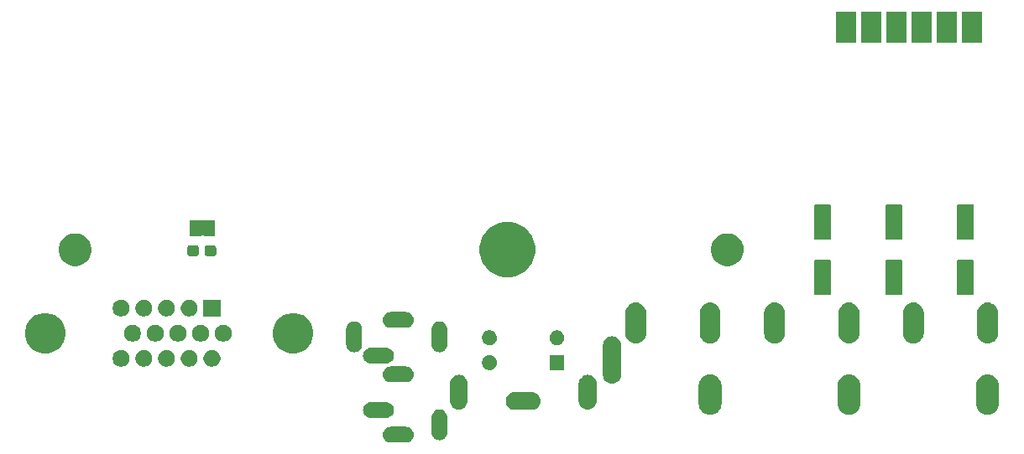
<source format=gts>
G04 #@! TF.GenerationSoftware,KiCad,Pcbnew,(5.1.0)-1*
G04 #@! TF.CreationDate,2019-08-01T22:20:27-04:00*
G04 #@! TF.ProjectId,snes breakout,736e6573-2062-4726-9561-6b6f75742e6b,rev?*
G04 #@! TF.SameCoordinates,Original*
G04 #@! TF.FileFunction,Soldermask,Top*
G04 #@! TF.FilePolarity,Negative*
%FSLAX46Y46*%
G04 Gerber Fmt 4.6, Leading zero omitted, Abs format (unit mm)*
G04 Created by KiCad (PCBNEW (5.1.0)-1) date 2019-08-01 22:20:27*
%MOMM*%
%LPD*%
G04 APERTURE LIST*
%ADD10C,0.100000*%
G04 APERTURE END LIST*
D10*
G36*
X123511808Y-67706648D02*
G01*
X123663551Y-67752678D01*
X123803398Y-67827428D01*
X123925975Y-67928025D01*
X124026572Y-68050602D01*
X124101322Y-68190449D01*
X124147352Y-68342192D01*
X124162895Y-68500000D01*
X124147352Y-68657808D01*
X124101322Y-68809551D01*
X124026572Y-68949398D01*
X123925975Y-69071975D01*
X123803398Y-69172572D01*
X123663551Y-69247322D01*
X123511808Y-69293352D01*
X123393546Y-69305000D01*
X121806454Y-69305000D01*
X121688192Y-69293352D01*
X121536449Y-69247322D01*
X121396602Y-69172572D01*
X121274025Y-69071975D01*
X121173428Y-68949398D01*
X121098678Y-68809551D01*
X121052648Y-68657808D01*
X121037105Y-68500000D01*
X121052648Y-68342192D01*
X121098678Y-68190449D01*
X121173428Y-68050602D01*
X121274025Y-67928025D01*
X121396602Y-67827428D01*
X121536449Y-67752678D01*
X121688192Y-67706648D01*
X121806454Y-67695000D01*
X123393546Y-67695000D01*
X123511808Y-67706648D01*
X123511808Y-67706648D01*
G37*
G36*
X126907808Y-65952648D02*
G01*
X127059551Y-65998678D01*
X127199398Y-66073428D01*
X127321975Y-66174025D01*
X127422572Y-66296602D01*
X127497322Y-66436449D01*
X127543352Y-66588192D01*
X127555000Y-66706454D01*
X127555000Y-68293546D01*
X127543352Y-68411808D01*
X127497322Y-68563551D01*
X127422572Y-68703398D01*
X127321975Y-68825975D01*
X127199397Y-68926572D01*
X127059550Y-69001322D01*
X126907807Y-69047352D01*
X126750000Y-69062895D01*
X126592192Y-69047352D01*
X126440449Y-69001322D01*
X126300602Y-68926572D01*
X126178025Y-68825975D01*
X126077428Y-68703397D01*
X126002678Y-68563550D01*
X125956648Y-68411807D01*
X125945000Y-68293545D01*
X125945001Y-66706454D01*
X125956649Y-66588192D01*
X126002679Y-66436449D01*
X126077429Y-66296602D01*
X126178026Y-66174025D01*
X126300603Y-66073428D01*
X126440450Y-65998678D01*
X126592193Y-65952648D01*
X126750000Y-65937105D01*
X126907808Y-65952648D01*
X126907808Y-65952648D01*
G37*
G36*
X121511808Y-65206648D02*
G01*
X121663551Y-65252678D01*
X121803398Y-65327428D01*
X121925975Y-65428025D01*
X122026572Y-65550602D01*
X122101322Y-65690449D01*
X122147352Y-65842192D01*
X122162895Y-66000000D01*
X122147352Y-66157808D01*
X122101322Y-66309551D01*
X122026572Y-66449398D01*
X121925975Y-66571975D01*
X121803398Y-66672572D01*
X121663551Y-66747322D01*
X121511808Y-66793352D01*
X121393546Y-66805000D01*
X119806454Y-66805000D01*
X119688192Y-66793352D01*
X119536449Y-66747322D01*
X119396602Y-66672572D01*
X119274025Y-66571975D01*
X119173428Y-66449398D01*
X119098678Y-66309551D01*
X119052648Y-66157808D01*
X119037105Y-66000000D01*
X119052648Y-65842192D01*
X119098678Y-65690449D01*
X119173428Y-65550602D01*
X119274025Y-65428025D01*
X119396602Y-65327428D01*
X119536449Y-65252678D01*
X119688192Y-65206648D01*
X119806454Y-65195000D01*
X121393546Y-65195000D01*
X121511808Y-65206648D01*
X121511808Y-65206648D01*
G37*
G36*
X182275634Y-62415654D02*
G01*
X182492599Y-62481470D01*
X182492601Y-62481471D01*
X182692553Y-62588347D01*
X182692555Y-62588348D01*
X182692554Y-62588348D01*
X182867818Y-62732182D01*
X182920574Y-62796466D01*
X183011653Y-62907445D01*
X183109329Y-63090186D01*
X183118530Y-63107400D01*
X183184346Y-63324365D01*
X183201000Y-63493457D01*
X183201000Y-65406543D01*
X183184346Y-65575635D01*
X183134430Y-65740186D01*
X183118529Y-65792602D01*
X183011653Y-65992555D01*
X182867818Y-66167818D01*
X182692555Y-66311653D01*
X182492602Y-66418529D01*
X182492600Y-66418530D01*
X182275635Y-66484346D01*
X182050000Y-66506569D01*
X181824366Y-66484346D01*
X181607401Y-66418530D01*
X181607399Y-66418529D01*
X181407446Y-66311653D01*
X181232183Y-66167818D01*
X181088348Y-65992555D01*
X180981472Y-65792602D01*
X180965572Y-65740186D01*
X180915655Y-65575635D01*
X180899000Y-65406543D01*
X180899000Y-63493458D01*
X180915654Y-63324366D01*
X180981470Y-63107401D01*
X180981472Y-63107398D01*
X181088347Y-62907447D01*
X181137947Y-62847009D01*
X181232182Y-62732182D01*
X181311183Y-62667348D01*
X181407445Y-62588347D01*
X181607398Y-62481471D01*
X181607400Y-62481470D01*
X181824365Y-62415654D01*
X182050000Y-62393431D01*
X182275634Y-62415654D01*
X182275634Y-62415654D01*
G37*
G36*
X168275634Y-62415654D02*
G01*
X168492599Y-62481470D01*
X168492601Y-62481471D01*
X168692553Y-62588347D01*
X168692555Y-62588348D01*
X168692554Y-62588348D01*
X168867818Y-62732182D01*
X168920574Y-62796466D01*
X169011653Y-62907445D01*
X169109329Y-63090186D01*
X169118530Y-63107400D01*
X169184346Y-63324365D01*
X169201000Y-63493457D01*
X169201000Y-65406543D01*
X169184346Y-65575635D01*
X169134430Y-65740186D01*
X169118529Y-65792602D01*
X169011653Y-65992555D01*
X168867818Y-66167818D01*
X168692555Y-66311653D01*
X168492602Y-66418529D01*
X168492600Y-66418530D01*
X168275635Y-66484346D01*
X168050000Y-66506569D01*
X167824366Y-66484346D01*
X167607401Y-66418530D01*
X167607399Y-66418529D01*
X167407446Y-66311653D01*
X167232183Y-66167818D01*
X167088348Y-65992555D01*
X166981472Y-65792602D01*
X166965572Y-65740186D01*
X166915655Y-65575635D01*
X166899000Y-65406543D01*
X166899000Y-63493458D01*
X166915654Y-63324366D01*
X166981470Y-63107401D01*
X166981472Y-63107398D01*
X167088347Y-62907447D01*
X167137947Y-62847009D01*
X167232182Y-62732182D01*
X167311183Y-62667348D01*
X167407445Y-62588347D01*
X167607398Y-62481471D01*
X167607400Y-62481470D01*
X167824365Y-62415654D01*
X168050000Y-62393431D01*
X168275634Y-62415654D01*
X168275634Y-62415654D01*
G37*
G36*
X154275634Y-62415654D02*
G01*
X154492599Y-62481470D01*
X154492601Y-62481471D01*
X154692553Y-62588347D01*
X154692555Y-62588348D01*
X154692554Y-62588348D01*
X154867818Y-62732182D01*
X154920574Y-62796466D01*
X155011653Y-62907445D01*
X155109329Y-63090186D01*
X155118530Y-63107400D01*
X155184346Y-63324365D01*
X155201000Y-63493457D01*
X155201000Y-65406543D01*
X155184346Y-65575635D01*
X155134430Y-65740186D01*
X155118529Y-65792602D01*
X155011653Y-65992555D01*
X154867818Y-66167818D01*
X154692555Y-66311653D01*
X154492602Y-66418529D01*
X154492600Y-66418530D01*
X154275635Y-66484346D01*
X154050000Y-66506569D01*
X153824366Y-66484346D01*
X153607401Y-66418530D01*
X153607399Y-66418529D01*
X153407446Y-66311653D01*
X153232183Y-66167818D01*
X153088348Y-65992555D01*
X152981472Y-65792602D01*
X152965572Y-65740186D01*
X152915655Y-65575635D01*
X152899000Y-65406543D01*
X152899000Y-63493458D01*
X152915654Y-63324366D01*
X152981470Y-63107401D01*
X152981472Y-63107398D01*
X153088347Y-62907447D01*
X153137947Y-62847009D01*
X153232182Y-62732182D01*
X153311183Y-62667348D01*
X153407445Y-62588347D01*
X153607398Y-62481471D01*
X153607400Y-62481470D01*
X153824365Y-62415654D01*
X154050000Y-62393431D01*
X154275634Y-62415654D01*
X154275634Y-62415654D01*
G37*
G36*
X136160443Y-64205519D02*
G01*
X136226627Y-64212037D01*
X136396466Y-64263557D01*
X136552991Y-64347222D01*
X136588729Y-64376552D01*
X136690186Y-64459814D01*
X136773448Y-64561271D01*
X136802778Y-64597009D01*
X136886443Y-64753534D01*
X136937963Y-64923373D01*
X136955359Y-65100000D01*
X136937963Y-65276627D01*
X136886443Y-65446466D01*
X136802778Y-65602991D01*
X136773448Y-65638729D01*
X136690186Y-65740186D01*
X136613916Y-65802778D01*
X136552991Y-65852778D01*
X136396466Y-65936443D01*
X136226627Y-65987963D01*
X136160443Y-65994481D01*
X136094260Y-66001000D01*
X134305740Y-66001000D01*
X134239557Y-65994481D01*
X134173373Y-65987963D01*
X134003534Y-65936443D01*
X133847009Y-65852778D01*
X133786084Y-65802778D01*
X133709814Y-65740186D01*
X133626552Y-65638729D01*
X133597222Y-65602991D01*
X133513557Y-65446466D01*
X133462037Y-65276627D01*
X133444641Y-65100000D01*
X133462037Y-64923373D01*
X133513557Y-64753534D01*
X133597222Y-64597009D01*
X133626552Y-64561271D01*
X133709814Y-64459814D01*
X133811271Y-64376552D01*
X133847009Y-64347222D01*
X134003534Y-64263557D01*
X134173373Y-64212037D01*
X134239557Y-64205519D01*
X134305740Y-64199000D01*
X136094260Y-64199000D01*
X136160443Y-64205519D01*
X136160443Y-64205519D01*
G37*
G36*
X141876627Y-62462037D02*
G01*
X142046466Y-62513557D01*
X142202991Y-62597222D01*
X142238729Y-62626552D01*
X142340186Y-62709814D01*
X142411298Y-62796466D01*
X142452778Y-62847009D01*
X142536443Y-63003534D01*
X142587963Y-63173373D01*
X142587963Y-63173375D01*
X142601000Y-63305740D01*
X142601000Y-65094260D01*
X142594481Y-65160443D01*
X142587963Y-65226627D01*
X142536443Y-65396466D01*
X142452778Y-65552991D01*
X142434195Y-65575634D01*
X142340186Y-65690186D01*
X142202989Y-65802779D01*
X142046467Y-65886442D01*
X142046465Y-65886443D01*
X141876626Y-65937963D01*
X141700000Y-65955359D01*
X141523373Y-65937963D01*
X141353534Y-65886443D01*
X141197009Y-65802778D01*
X141161271Y-65773448D01*
X141059814Y-65690186D01*
X140947221Y-65552989D01*
X140863558Y-65396467D01*
X140827205Y-65276627D01*
X140812037Y-65226626D01*
X140805519Y-65160442D01*
X140799000Y-65094259D01*
X140799001Y-63305740D01*
X140812038Y-63173375D01*
X140812038Y-63173373D01*
X140863558Y-63003534D01*
X140947223Y-62847009D01*
X140988703Y-62796466D01*
X141059815Y-62709814D01*
X141161272Y-62626552D01*
X141197010Y-62597222D01*
X141353535Y-62513557D01*
X141523374Y-62462037D01*
X141700000Y-62444641D01*
X141876627Y-62462037D01*
X141876627Y-62462037D01*
G37*
G36*
X128876626Y-62462037D02*
G01*
X129046465Y-62513557D01*
X129046467Y-62513558D01*
X129202989Y-62597221D01*
X129340186Y-62709814D01*
X129411298Y-62796466D01*
X129452778Y-62847009D01*
X129536443Y-63003534D01*
X129587963Y-63173373D01*
X129587963Y-63173375D01*
X129601000Y-63305740D01*
X129601000Y-65094260D01*
X129594481Y-65160443D01*
X129587963Y-65226627D01*
X129536443Y-65396466D01*
X129452778Y-65552991D01*
X129434195Y-65575634D01*
X129340186Y-65690186D01*
X129238729Y-65773448D01*
X129202991Y-65802778D01*
X129046466Y-65886443D01*
X128876627Y-65937963D01*
X128700000Y-65955359D01*
X128523374Y-65937963D01*
X128353535Y-65886443D01*
X128197010Y-65802778D01*
X128161272Y-65773448D01*
X128059815Y-65690186D01*
X127965806Y-65575634D01*
X127947223Y-65552991D01*
X127863558Y-65396466D01*
X127812038Y-65226627D01*
X127805520Y-65160443D01*
X127799001Y-65094260D01*
X127799000Y-63305741D01*
X127809141Y-63202778D01*
X127812037Y-63173374D01*
X127863557Y-63003535D01*
X127880426Y-62971975D01*
X127947221Y-62847011D01*
X128059814Y-62709814D01*
X128161271Y-62626552D01*
X128197009Y-62597222D01*
X128353534Y-62513557D01*
X128523373Y-62462037D01*
X128700000Y-62444641D01*
X128876626Y-62462037D01*
X128876626Y-62462037D01*
G37*
G36*
X144326626Y-58562037D02*
G01*
X144496465Y-58613557D01*
X144496467Y-58613558D01*
X144652989Y-58697221D01*
X144790186Y-58809814D01*
X144873448Y-58911271D01*
X144902778Y-58947009D01*
X144944611Y-59025272D01*
X144961905Y-59057626D01*
X144986443Y-59103534D01*
X145037963Y-59273373D01*
X145044481Y-59339557D01*
X145047389Y-59369073D01*
X145051000Y-59405742D01*
X145051000Y-62494258D01*
X145037963Y-62626627D01*
X144986443Y-62796466D01*
X144902778Y-62952991D01*
X144887198Y-62971975D01*
X144790186Y-63090186D01*
X144688821Y-63173373D01*
X144652991Y-63202778D01*
X144496466Y-63286443D01*
X144326627Y-63337963D01*
X144150000Y-63355359D01*
X143973374Y-63337963D01*
X143803535Y-63286443D01*
X143647010Y-63202778D01*
X143611180Y-63173373D01*
X143509815Y-63090186D01*
X143412803Y-62971975D01*
X143397223Y-62952991D01*
X143313558Y-62796466D01*
X143262038Y-62626627D01*
X143249001Y-62494258D01*
X143249000Y-59405743D01*
X143262037Y-59273374D01*
X143313557Y-59103535D01*
X143337738Y-59058295D01*
X143397221Y-58947011D01*
X143509814Y-58809814D01*
X143611271Y-58726552D01*
X143647009Y-58697222D01*
X143803534Y-58613557D01*
X143973373Y-58562037D01*
X144150000Y-58544641D01*
X144326626Y-58562037D01*
X144326626Y-58562037D01*
G37*
G36*
X123511808Y-61606648D02*
G01*
X123663551Y-61652678D01*
X123803398Y-61727428D01*
X123925975Y-61828025D01*
X124026572Y-61950602D01*
X124101322Y-62090449D01*
X124147352Y-62242192D01*
X124162895Y-62400000D01*
X124147352Y-62557808D01*
X124101322Y-62709551D01*
X124026572Y-62849398D01*
X123925975Y-62971975D01*
X123803398Y-63072572D01*
X123663551Y-63147322D01*
X123511808Y-63193352D01*
X123393546Y-63205000D01*
X121806454Y-63205000D01*
X121688192Y-63193352D01*
X121536449Y-63147322D01*
X121396602Y-63072572D01*
X121274025Y-62971975D01*
X121173428Y-62849398D01*
X121098678Y-62709551D01*
X121052648Y-62557808D01*
X121037105Y-62400000D01*
X121052648Y-62242192D01*
X121098678Y-62090449D01*
X121173428Y-61950602D01*
X121274025Y-61828025D01*
X121396602Y-61727428D01*
X121536449Y-61652678D01*
X121688192Y-61606648D01*
X121806454Y-61595000D01*
X123393546Y-61595000D01*
X123511808Y-61606648D01*
X123511808Y-61606648D01*
G37*
G36*
X131947293Y-60459507D02*
G01*
X132020225Y-60474014D01*
X132077138Y-60497588D01*
X132157626Y-60530927D01*
X132281284Y-60613553D01*
X132386447Y-60718716D01*
X132469073Y-60842374D01*
X132477954Y-60863815D01*
X132513403Y-60949396D01*
X132525986Y-60979776D01*
X132555000Y-61125638D01*
X132555000Y-61274362D01*
X132525986Y-61420224D01*
X132469073Y-61557626D01*
X132386447Y-61681284D01*
X132281284Y-61786447D01*
X132157626Y-61869073D01*
X132077138Y-61902412D01*
X132020225Y-61925986D01*
X131947293Y-61940493D01*
X131874362Y-61955000D01*
X131725638Y-61955000D01*
X131652707Y-61940493D01*
X131579775Y-61925986D01*
X131522862Y-61902412D01*
X131442374Y-61869073D01*
X131318716Y-61786447D01*
X131213553Y-61681284D01*
X131130927Y-61557626D01*
X131074014Y-61420224D01*
X131045000Y-61274362D01*
X131045000Y-61125638D01*
X131074014Y-60979776D01*
X131086598Y-60949396D01*
X131122046Y-60863815D01*
X131130927Y-60842374D01*
X131213553Y-60718716D01*
X131318716Y-60613553D01*
X131442374Y-60530927D01*
X131522862Y-60497588D01*
X131579775Y-60474014D01*
X131652707Y-60459507D01*
X131725638Y-60445000D01*
X131874362Y-60445000D01*
X131947293Y-60459507D01*
X131947293Y-60459507D01*
G37*
G36*
X139355000Y-61955000D02*
G01*
X137845000Y-61955000D01*
X137845000Y-60445000D01*
X139355000Y-60445000D01*
X139355000Y-61955000D01*
X139355000Y-61955000D01*
G37*
G36*
X104048228Y-59961703D02*
G01*
X104203100Y-60025853D01*
X104342481Y-60118985D01*
X104461015Y-60237519D01*
X104554147Y-60376900D01*
X104618297Y-60531772D01*
X104651000Y-60696184D01*
X104651000Y-60863816D01*
X104618297Y-61028228D01*
X104554147Y-61183100D01*
X104461015Y-61322481D01*
X104342481Y-61441015D01*
X104203100Y-61534147D01*
X104048228Y-61598297D01*
X103883816Y-61631000D01*
X103716184Y-61631000D01*
X103551772Y-61598297D01*
X103396900Y-61534147D01*
X103257519Y-61441015D01*
X103138985Y-61322481D01*
X103045853Y-61183100D01*
X102981703Y-61028228D01*
X102949000Y-60863816D01*
X102949000Y-60696184D01*
X102981703Y-60531772D01*
X103045853Y-60376900D01*
X103138985Y-60237519D01*
X103257519Y-60118985D01*
X103396900Y-60025853D01*
X103551772Y-59961703D01*
X103716184Y-59929000D01*
X103883816Y-59929000D01*
X104048228Y-59961703D01*
X104048228Y-59961703D01*
G37*
G36*
X99468228Y-59961703D02*
G01*
X99623100Y-60025853D01*
X99762481Y-60118985D01*
X99881015Y-60237519D01*
X99974147Y-60376900D01*
X100038297Y-60531772D01*
X100071000Y-60696184D01*
X100071000Y-60863816D01*
X100038297Y-61028228D01*
X99974147Y-61183100D01*
X99881015Y-61322481D01*
X99762481Y-61441015D01*
X99623100Y-61534147D01*
X99468228Y-61598297D01*
X99303816Y-61631000D01*
X99136184Y-61631000D01*
X98971772Y-61598297D01*
X98816900Y-61534147D01*
X98677519Y-61441015D01*
X98558985Y-61322481D01*
X98465853Y-61183100D01*
X98401703Y-61028228D01*
X98369000Y-60863816D01*
X98369000Y-60696184D01*
X98401703Y-60531772D01*
X98465853Y-60376900D01*
X98558985Y-60237519D01*
X98677519Y-60118985D01*
X98816900Y-60025853D01*
X98971772Y-59961703D01*
X99136184Y-59929000D01*
X99303816Y-59929000D01*
X99468228Y-59961703D01*
X99468228Y-59961703D01*
G37*
G36*
X94888228Y-59961703D02*
G01*
X95043100Y-60025853D01*
X95182481Y-60118985D01*
X95301015Y-60237519D01*
X95394147Y-60376900D01*
X95458297Y-60531772D01*
X95491000Y-60696184D01*
X95491000Y-60863816D01*
X95458297Y-61028228D01*
X95394147Y-61183100D01*
X95301015Y-61322481D01*
X95182481Y-61441015D01*
X95043100Y-61534147D01*
X94888228Y-61598297D01*
X94723816Y-61631000D01*
X94556184Y-61631000D01*
X94391772Y-61598297D01*
X94236900Y-61534147D01*
X94097519Y-61441015D01*
X93978985Y-61322481D01*
X93885853Y-61183100D01*
X93821703Y-61028228D01*
X93789000Y-60863816D01*
X93789000Y-60696184D01*
X93821703Y-60531772D01*
X93885853Y-60376900D01*
X93978985Y-60237519D01*
X94097519Y-60118985D01*
X94236900Y-60025853D01*
X94391772Y-59961703D01*
X94556184Y-59929000D01*
X94723816Y-59929000D01*
X94888228Y-59961703D01*
X94888228Y-59961703D01*
G37*
G36*
X101758228Y-59961703D02*
G01*
X101913100Y-60025853D01*
X102052481Y-60118985D01*
X102171015Y-60237519D01*
X102264147Y-60376900D01*
X102328297Y-60531772D01*
X102361000Y-60696184D01*
X102361000Y-60863816D01*
X102328297Y-61028228D01*
X102264147Y-61183100D01*
X102171015Y-61322481D01*
X102052481Y-61441015D01*
X101913100Y-61534147D01*
X101758228Y-61598297D01*
X101593816Y-61631000D01*
X101426184Y-61631000D01*
X101261772Y-61598297D01*
X101106900Y-61534147D01*
X100967519Y-61441015D01*
X100848985Y-61322481D01*
X100755853Y-61183100D01*
X100691703Y-61028228D01*
X100659000Y-60863816D01*
X100659000Y-60696184D01*
X100691703Y-60531772D01*
X100755853Y-60376900D01*
X100848985Y-60237519D01*
X100967519Y-60118985D01*
X101106900Y-60025853D01*
X101261772Y-59961703D01*
X101426184Y-59929000D01*
X101593816Y-59929000D01*
X101758228Y-59961703D01*
X101758228Y-59961703D01*
G37*
G36*
X97178228Y-59961703D02*
G01*
X97333100Y-60025853D01*
X97472481Y-60118985D01*
X97591015Y-60237519D01*
X97684147Y-60376900D01*
X97748297Y-60531772D01*
X97781000Y-60696184D01*
X97781000Y-60863816D01*
X97748297Y-61028228D01*
X97684147Y-61183100D01*
X97591015Y-61322481D01*
X97472481Y-61441015D01*
X97333100Y-61534147D01*
X97178228Y-61598297D01*
X97013816Y-61631000D01*
X96846184Y-61631000D01*
X96681772Y-61598297D01*
X96526900Y-61534147D01*
X96387519Y-61441015D01*
X96268985Y-61322481D01*
X96175853Y-61183100D01*
X96111703Y-61028228D01*
X96079000Y-60863816D01*
X96079000Y-60696184D01*
X96111703Y-60531772D01*
X96175853Y-60376900D01*
X96268985Y-60237519D01*
X96387519Y-60118985D01*
X96526900Y-60025853D01*
X96681772Y-59961703D01*
X96846184Y-59929000D01*
X97013816Y-59929000D01*
X97178228Y-59961703D01*
X97178228Y-59961703D01*
G37*
G36*
X121511808Y-59706648D02*
G01*
X121663551Y-59752678D01*
X121803398Y-59827428D01*
X121925975Y-59928025D01*
X122026572Y-60050602D01*
X122101322Y-60190449D01*
X122147352Y-60342192D01*
X122162895Y-60500000D01*
X122147352Y-60657808D01*
X122101322Y-60809551D01*
X122026572Y-60949398D01*
X121925975Y-61071975D01*
X121803398Y-61172572D01*
X121663551Y-61247322D01*
X121511808Y-61293352D01*
X121393546Y-61305000D01*
X119806454Y-61305000D01*
X119688192Y-61293352D01*
X119536449Y-61247322D01*
X119396602Y-61172572D01*
X119274025Y-61071975D01*
X119173428Y-60949398D01*
X119098678Y-60809551D01*
X119052648Y-60657808D01*
X119037105Y-60500000D01*
X119052648Y-60342192D01*
X119098678Y-60190449D01*
X119173428Y-60050602D01*
X119274025Y-59928025D01*
X119396602Y-59827428D01*
X119536449Y-59752678D01*
X119688192Y-59706648D01*
X119806454Y-59695000D01*
X121393546Y-59695000D01*
X121511808Y-59706648D01*
X121511808Y-59706648D01*
G37*
G36*
X112583254Y-56267818D02*
G01*
X112956511Y-56422426D01*
X112956513Y-56422427D01*
X113292436Y-56646884D01*
X113578116Y-56932564D01*
X113661802Y-57057808D01*
X113802574Y-57268489D01*
X113957182Y-57641746D01*
X114036000Y-58037993D01*
X114036000Y-58442007D01*
X113957182Y-58838254D01*
X113847299Y-59103535D01*
X113802573Y-59211513D01*
X113578116Y-59547436D01*
X113292436Y-59833116D01*
X112956513Y-60057573D01*
X112956512Y-60057574D01*
X112956511Y-60057574D01*
X112583254Y-60212182D01*
X112187007Y-60291000D01*
X111782993Y-60291000D01*
X111386746Y-60212182D01*
X111013489Y-60057574D01*
X111013488Y-60057574D01*
X111013487Y-60057573D01*
X110677564Y-59833116D01*
X110391884Y-59547436D01*
X110167427Y-59211513D01*
X110122701Y-59103535D01*
X110012818Y-58838254D01*
X109934000Y-58442007D01*
X109934000Y-58037993D01*
X110012818Y-57641746D01*
X110167426Y-57268489D01*
X110308199Y-57057808D01*
X110391884Y-56932564D01*
X110677564Y-56646884D01*
X111013487Y-56422427D01*
X111013489Y-56422426D01*
X111386746Y-56267818D01*
X111782993Y-56189000D01*
X112187007Y-56189000D01*
X112583254Y-56267818D01*
X112583254Y-56267818D01*
G37*
G36*
X87583254Y-56267818D02*
G01*
X87956511Y-56422426D01*
X87956513Y-56422427D01*
X88292436Y-56646884D01*
X88578116Y-56932564D01*
X88661802Y-57057808D01*
X88802574Y-57268489D01*
X88957182Y-57641746D01*
X89036000Y-58037993D01*
X89036000Y-58442007D01*
X88957182Y-58838254D01*
X88847299Y-59103535D01*
X88802573Y-59211513D01*
X88578116Y-59547436D01*
X88292436Y-59833116D01*
X87956513Y-60057573D01*
X87956512Y-60057574D01*
X87956511Y-60057574D01*
X87583254Y-60212182D01*
X87187007Y-60291000D01*
X86782993Y-60291000D01*
X86386746Y-60212182D01*
X86013489Y-60057574D01*
X86013488Y-60057574D01*
X86013487Y-60057573D01*
X85677564Y-59833116D01*
X85391884Y-59547436D01*
X85167427Y-59211513D01*
X85122701Y-59103535D01*
X85012818Y-58838254D01*
X84934000Y-58442007D01*
X84934000Y-58037993D01*
X85012818Y-57641746D01*
X85167426Y-57268489D01*
X85308199Y-57057808D01*
X85391884Y-56932564D01*
X85677564Y-56646884D01*
X86013487Y-56422427D01*
X86013489Y-56422426D01*
X86386746Y-56267818D01*
X86782993Y-56189000D01*
X87187007Y-56189000D01*
X87583254Y-56267818D01*
X87583254Y-56267818D01*
G37*
G36*
X126907808Y-57052648D02*
G01*
X127059551Y-57098678D01*
X127199398Y-57173428D01*
X127321975Y-57274025D01*
X127422572Y-57396602D01*
X127497322Y-57536449D01*
X127543352Y-57688192D01*
X127555000Y-57806454D01*
X127555000Y-59393546D01*
X127543352Y-59511808D01*
X127497322Y-59663551D01*
X127422572Y-59803398D01*
X127321975Y-59925975D01*
X127199397Y-60026572D01*
X127059550Y-60101322D01*
X126907807Y-60147352D01*
X126750000Y-60162895D01*
X126592192Y-60147352D01*
X126440449Y-60101322D01*
X126300602Y-60026572D01*
X126178025Y-59925975D01*
X126077428Y-59803397D01*
X126002678Y-59663550D01*
X125956648Y-59511807D01*
X125945000Y-59393545D01*
X125945001Y-57806454D01*
X125956649Y-57688192D01*
X126002679Y-57536449D01*
X126077429Y-57396602D01*
X126178026Y-57274025D01*
X126300603Y-57173428D01*
X126440450Y-57098678D01*
X126592193Y-57052648D01*
X126750000Y-57037105D01*
X126907808Y-57052648D01*
X126907808Y-57052648D01*
G37*
G36*
X118307808Y-57052648D02*
G01*
X118459551Y-57098678D01*
X118599398Y-57173428D01*
X118721975Y-57274025D01*
X118822572Y-57396602D01*
X118897322Y-57536449D01*
X118943352Y-57688192D01*
X118955000Y-57806454D01*
X118955000Y-59393546D01*
X118943352Y-59511808D01*
X118897322Y-59663551D01*
X118822572Y-59803398D01*
X118721975Y-59925975D01*
X118599397Y-60026572D01*
X118459550Y-60101322D01*
X118307807Y-60147352D01*
X118150000Y-60162895D01*
X117992192Y-60147352D01*
X117840449Y-60101322D01*
X117700602Y-60026572D01*
X117578025Y-59925975D01*
X117477428Y-59803397D01*
X117402678Y-59663550D01*
X117356648Y-59511807D01*
X117345000Y-59393545D01*
X117345001Y-57806454D01*
X117356649Y-57688192D01*
X117402679Y-57536449D01*
X117477429Y-57396602D01*
X117578026Y-57274025D01*
X117700603Y-57173428D01*
X117840450Y-57098678D01*
X117992193Y-57052648D01*
X118150000Y-57037105D01*
X118307808Y-57052648D01*
X118307808Y-57052648D01*
G37*
G36*
X138747293Y-57959507D02*
G01*
X138820225Y-57974014D01*
X138863094Y-57991771D01*
X138957626Y-58030927D01*
X139081284Y-58113553D01*
X139186447Y-58218716D01*
X139269073Y-58342374D01*
X139295440Y-58406030D01*
X139325986Y-58479775D01*
X139338889Y-58544641D01*
X139350726Y-58604149D01*
X139355000Y-58625639D01*
X139355000Y-58774361D01*
X139325986Y-58920225D01*
X139314891Y-58947010D01*
X139269073Y-59057626D01*
X139186447Y-59181284D01*
X139081284Y-59286447D01*
X138957626Y-59369073D01*
X138898542Y-59393546D01*
X138820225Y-59425986D01*
X138747293Y-59440493D01*
X138674362Y-59455000D01*
X138525638Y-59455000D01*
X138452707Y-59440493D01*
X138379775Y-59425986D01*
X138301458Y-59393546D01*
X138242374Y-59369073D01*
X138118716Y-59286447D01*
X138013553Y-59181284D01*
X137930927Y-59057626D01*
X137885109Y-58947010D01*
X137874014Y-58920225D01*
X137845000Y-58774361D01*
X137845000Y-58625639D01*
X137849275Y-58604149D01*
X137861111Y-58544641D01*
X137874014Y-58479775D01*
X137904560Y-58406030D01*
X137930927Y-58342374D01*
X138013553Y-58218716D01*
X138118716Y-58113553D01*
X138242374Y-58030927D01*
X138336906Y-57991771D01*
X138379775Y-57974014D01*
X138452707Y-57959507D01*
X138525638Y-57945000D01*
X138674362Y-57945000D01*
X138747293Y-57959507D01*
X138747293Y-57959507D01*
G37*
G36*
X131947293Y-57959507D02*
G01*
X132020225Y-57974014D01*
X132063094Y-57991771D01*
X132157626Y-58030927D01*
X132281284Y-58113553D01*
X132386447Y-58218716D01*
X132469073Y-58342374D01*
X132495440Y-58406030D01*
X132525986Y-58479775D01*
X132538889Y-58544641D01*
X132550726Y-58604149D01*
X132555000Y-58625639D01*
X132555000Y-58774361D01*
X132525986Y-58920225D01*
X132514891Y-58947010D01*
X132469073Y-59057626D01*
X132386447Y-59181284D01*
X132281284Y-59286447D01*
X132157626Y-59369073D01*
X132098542Y-59393546D01*
X132020225Y-59425986D01*
X131947293Y-59440493D01*
X131874362Y-59455000D01*
X131725638Y-59455000D01*
X131652707Y-59440493D01*
X131579775Y-59425986D01*
X131501458Y-59393546D01*
X131442374Y-59369073D01*
X131318716Y-59286447D01*
X131213553Y-59181284D01*
X131130927Y-59057626D01*
X131085109Y-58947010D01*
X131074014Y-58920225D01*
X131045000Y-58774361D01*
X131045000Y-58625639D01*
X131049275Y-58604149D01*
X131061111Y-58544641D01*
X131074014Y-58479775D01*
X131104560Y-58406030D01*
X131130927Y-58342374D01*
X131213553Y-58218716D01*
X131318716Y-58113553D01*
X131442374Y-58030927D01*
X131536906Y-57991771D01*
X131579775Y-57974014D01*
X131652707Y-57959507D01*
X131725638Y-57945000D01*
X131874362Y-57945000D01*
X131947293Y-57959507D01*
X131947293Y-57959507D01*
G37*
G36*
X160756031Y-55164207D02*
G01*
X160954145Y-55224305D01*
X160954148Y-55224306D01*
X161020030Y-55259521D01*
X161136729Y-55321897D01*
X161296765Y-55453235D01*
X161428103Y-55613271D01*
X161473939Y-55699025D01*
X161525694Y-55795851D01*
X161525694Y-55795852D01*
X161525695Y-55795854D01*
X161585793Y-55993968D01*
X161601000Y-56148370D01*
X161601000Y-58251630D01*
X161585793Y-58406032D01*
X161560858Y-58488229D01*
X161525694Y-58604149D01*
X161504874Y-58643100D01*
X161428103Y-58786729D01*
X161296765Y-58946765D01*
X161136729Y-59078103D01*
X161050975Y-59123939D01*
X160954149Y-59175694D01*
X160954146Y-59175695D01*
X160756032Y-59235793D01*
X160550000Y-59256085D01*
X160343969Y-59235793D01*
X160145855Y-59175695D01*
X160145852Y-59175694D01*
X160049026Y-59123939D01*
X159963272Y-59078103D01*
X159803236Y-58946765D01*
X159671898Y-58786729D01*
X159595127Y-58643100D01*
X159574307Y-58604149D01*
X159539143Y-58488229D01*
X159514208Y-58406032D01*
X159499001Y-58251630D01*
X159499000Y-56148371D01*
X159514207Y-55993969D01*
X159574305Y-55795855D01*
X159574306Y-55795852D01*
X159609521Y-55729970D01*
X159671897Y-55613271D01*
X159803235Y-55453235D01*
X159963271Y-55321897D01*
X160049025Y-55276061D01*
X160145851Y-55224306D01*
X160145854Y-55224305D01*
X160343968Y-55164207D01*
X160550000Y-55143915D01*
X160756031Y-55164207D01*
X160756031Y-55164207D01*
G37*
G36*
X168256031Y-55164207D02*
G01*
X168454145Y-55224305D01*
X168454148Y-55224306D01*
X168520030Y-55259521D01*
X168636729Y-55321897D01*
X168796765Y-55453235D01*
X168928103Y-55613271D01*
X168973939Y-55699025D01*
X169025694Y-55795851D01*
X169025694Y-55795852D01*
X169025695Y-55795854D01*
X169085793Y-55993968D01*
X169101000Y-56148370D01*
X169101000Y-58251630D01*
X169085793Y-58406032D01*
X169060858Y-58488229D01*
X169025694Y-58604149D01*
X169004874Y-58643100D01*
X168928103Y-58786729D01*
X168796765Y-58946765D01*
X168636729Y-59078103D01*
X168550975Y-59123939D01*
X168454149Y-59175694D01*
X168454146Y-59175695D01*
X168256032Y-59235793D01*
X168050000Y-59256085D01*
X167843969Y-59235793D01*
X167645855Y-59175695D01*
X167645852Y-59175694D01*
X167549026Y-59123939D01*
X167463272Y-59078103D01*
X167303236Y-58946765D01*
X167171898Y-58786729D01*
X167095127Y-58643100D01*
X167074307Y-58604149D01*
X167039143Y-58488229D01*
X167014208Y-58406032D01*
X166999001Y-58251630D01*
X166999000Y-56148371D01*
X167014207Y-55993969D01*
X167074305Y-55795855D01*
X167074306Y-55795852D01*
X167109521Y-55729970D01*
X167171897Y-55613271D01*
X167303235Y-55453235D01*
X167463271Y-55321897D01*
X167549025Y-55276061D01*
X167645851Y-55224306D01*
X167645854Y-55224305D01*
X167843968Y-55164207D01*
X168050000Y-55143915D01*
X168256031Y-55164207D01*
X168256031Y-55164207D01*
G37*
G36*
X154256031Y-55164207D02*
G01*
X154454145Y-55224305D01*
X154454148Y-55224306D01*
X154520030Y-55259521D01*
X154636729Y-55321897D01*
X154796765Y-55453235D01*
X154928103Y-55613271D01*
X154973939Y-55699025D01*
X155025694Y-55795851D01*
X155025694Y-55795852D01*
X155025695Y-55795854D01*
X155085793Y-55993968D01*
X155101000Y-56148370D01*
X155101000Y-58251630D01*
X155085793Y-58406032D01*
X155060858Y-58488229D01*
X155025694Y-58604149D01*
X155004874Y-58643100D01*
X154928103Y-58786729D01*
X154796765Y-58946765D01*
X154636729Y-59078103D01*
X154550975Y-59123939D01*
X154454149Y-59175694D01*
X154454146Y-59175695D01*
X154256032Y-59235793D01*
X154050000Y-59256085D01*
X153843969Y-59235793D01*
X153645855Y-59175695D01*
X153645852Y-59175694D01*
X153549026Y-59123939D01*
X153463272Y-59078103D01*
X153303236Y-58946765D01*
X153171898Y-58786729D01*
X153095127Y-58643100D01*
X153074307Y-58604149D01*
X153039143Y-58488229D01*
X153014208Y-58406032D01*
X152999001Y-58251630D01*
X152999000Y-56148371D01*
X153014207Y-55993969D01*
X153074305Y-55795855D01*
X153074306Y-55795852D01*
X153109521Y-55729970D01*
X153171897Y-55613271D01*
X153303235Y-55453235D01*
X153463271Y-55321897D01*
X153549025Y-55276061D01*
X153645851Y-55224306D01*
X153645854Y-55224305D01*
X153843968Y-55164207D01*
X154050000Y-55143915D01*
X154256031Y-55164207D01*
X154256031Y-55164207D01*
G37*
G36*
X146756031Y-55164207D02*
G01*
X146954145Y-55224305D01*
X146954148Y-55224306D01*
X147020030Y-55259521D01*
X147136729Y-55321897D01*
X147296765Y-55453235D01*
X147428103Y-55613271D01*
X147473939Y-55699025D01*
X147525694Y-55795851D01*
X147525694Y-55795852D01*
X147525695Y-55795854D01*
X147585793Y-55993968D01*
X147601000Y-56148370D01*
X147601000Y-58251630D01*
X147585793Y-58406032D01*
X147560858Y-58488229D01*
X147525694Y-58604149D01*
X147504874Y-58643100D01*
X147428103Y-58786729D01*
X147296765Y-58946765D01*
X147136729Y-59078103D01*
X147050975Y-59123939D01*
X146954149Y-59175694D01*
X146954146Y-59175695D01*
X146756032Y-59235793D01*
X146550000Y-59256085D01*
X146343969Y-59235793D01*
X146145855Y-59175695D01*
X146145852Y-59175694D01*
X146049026Y-59123939D01*
X145963272Y-59078103D01*
X145803236Y-58946765D01*
X145671898Y-58786729D01*
X145595127Y-58643100D01*
X145574307Y-58604149D01*
X145539143Y-58488229D01*
X145514208Y-58406032D01*
X145499001Y-58251630D01*
X145499000Y-56148371D01*
X145514207Y-55993969D01*
X145574305Y-55795855D01*
X145574306Y-55795852D01*
X145609521Y-55729970D01*
X145671897Y-55613271D01*
X145803235Y-55453235D01*
X145963271Y-55321897D01*
X146049025Y-55276061D01*
X146145851Y-55224306D01*
X146145854Y-55224305D01*
X146343968Y-55164207D01*
X146550000Y-55143915D01*
X146756031Y-55164207D01*
X146756031Y-55164207D01*
G37*
G36*
X174756031Y-55164207D02*
G01*
X174954145Y-55224305D01*
X174954148Y-55224306D01*
X175020030Y-55259521D01*
X175136729Y-55321897D01*
X175296765Y-55453235D01*
X175428103Y-55613271D01*
X175473939Y-55699025D01*
X175525694Y-55795851D01*
X175525694Y-55795852D01*
X175525695Y-55795854D01*
X175585793Y-55993968D01*
X175601000Y-56148370D01*
X175601000Y-58251630D01*
X175585793Y-58406032D01*
X175560858Y-58488229D01*
X175525694Y-58604149D01*
X175504874Y-58643100D01*
X175428103Y-58786729D01*
X175296765Y-58946765D01*
X175136729Y-59078103D01*
X175050975Y-59123939D01*
X174954149Y-59175694D01*
X174954146Y-59175695D01*
X174756032Y-59235793D01*
X174550000Y-59256085D01*
X174343969Y-59235793D01*
X174145855Y-59175695D01*
X174145852Y-59175694D01*
X174049026Y-59123939D01*
X173963272Y-59078103D01*
X173803236Y-58946765D01*
X173671898Y-58786729D01*
X173595127Y-58643100D01*
X173574307Y-58604149D01*
X173539143Y-58488229D01*
X173514208Y-58406032D01*
X173499001Y-58251630D01*
X173499000Y-56148371D01*
X173514207Y-55993969D01*
X173574305Y-55795855D01*
X173574306Y-55795852D01*
X173609521Y-55729970D01*
X173671897Y-55613271D01*
X173803235Y-55453235D01*
X173963271Y-55321897D01*
X174049025Y-55276061D01*
X174145851Y-55224306D01*
X174145854Y-55224305D01*
X174343968Y-55164207D01*
X174550000Y-55143915D01*
X174756031Y-55164207D01*
X174756031Y-55164207D01*
G37*
G36*
X182256031Y-55164207D02*
G01*
X182454145Y-55224305D01*
X182454148Y-55224306D01*
X182520030Y-55259521D01*
X182636729Y-55321897D01*
X182796765Y-55453235D01*
X182928103Y-55613271D01*
X182973939Y-55699025D01*
X183025694Y-55795851D01*
X183025694Y-55795852D01*
X183025695Y-55795854D01*
X183085793Y-55993968D01*
X183101000Y-56148370D01*
X183101000Y-58251630D01*
X183085793Y-58406032D01*
X183060858Y-58488229D01*
X183025694Y-58604149D01*
X183004874Y-58643100D01*
X182928103Y-58786729D01*
X182796765Y-58946765D01*
X182636729Y-59078103D01*
X182550975Y-59123939D01*
X182454149Y-59175694D01*
X182454146Y-59175695D01*
X182256032Y-59235793D01*
X182050000Y-59256085D01*
X181843969Y-59235793D01*
X181645855Y-59175695D01*
X181645852Y-59175694D01*
X181549026Y-59123939D01*
X181463272Y-59078103D01*
X181303236Y-58946765D01*
X181171898Y-58786729D01*
X181095127Y-58643100D01*
X181074307Y-58604149D01*
X181039143Y-58488229D01*
X181014208Y-58406032D01*
X180999001Y-58251630D01*
X180999000Y-56148371D01*
X181014207Y-55993969D01*
X181074305Y-55795855D01*
X181074306Y-55795852D01*
X181109521Y-55729970D01*
X181171897Y-55613271D01*
X181303235Y-55453235D01*
X181463271Y-55321897D01*
X181549025Y-55276061D01*
X181645851Y-55224306D01*
X181645854Y-55224305D01*
X181843968Y-55164207D01*
X182050000Y-55143915D01*
X182256031Y-55164207D01*
X182256031Y-55164207D01*
G37*
G36*
X98323228Y-57421703D02*
G01*
X98478100Y-57485853D01*
X98617481Y-57578985D01*
X98736015Y-57697519D01*
X98829147Y-57836900D01*
X98893297Y-57991772D01*
X98926000Y-58156184D01*
X98926000Y-58323816D01*
X98893297Y-58488228D01*
X98829147Y-58643100D01*
X98736015Y-58782481D01*
X98617481Y-58901015D01*
X98478100Y-58994147D01*
X98323228Y-59058297D01*
X98158816Y-59091000D01*
X97991184Y-59091000D01*
X97826772Y-59058297D01*
X97671900Y-58994147D01*
X97532519Y-58901015D01*
X97413985Y-58782481D01*
X97320853Y-58643100D01*
X97256703Y-58488228D01*
X97224000Y-58323816D01*
X97224000Y-58156184D01*
X97256703Y-57991772D01*
X97320853Y-57836900D01*
X97413985Y-57697519D01*
X97532519Y-57578985D01*
X97671900Y-57485853D01*
X97826772Y-57421703D01*
X97991184Y-57389000D01*
X98158816Y-57389000D01*
X98323228Y-57421703D01*
X98323228Y-57421703D01*
G37*
G36*
X96033228Y-57421703D02*
G01*
X96188100Y-57485853D01*
X96327481Y-57578985D01*
X96446015Y-57697519D01*
X96539147Y-57836900D01*
X96603297Y-57991772D01*
X96636000Y-58156184D01*
X96636000Y-58323816D01*
X96603297Y-58488228D01*
X96539147Y-58643100D01*
X96446015Y-58782481D01*
X96327481Y-58901015D01*
X96188100Y-58994147D01*
X96033228Y-59058297D01*
X95868816Y-59091000D01*
X95701184Y-59091000D01*
X95536772Y-59058297D01*
X95381900Y-58994147D01*
X95242519Y-58901015D01*
X95123985Y-58782481D01*
X95030853Y-58643100D01*
X94966703Y-58488228D01*
X94934000Y-58323816D01*
X94934000Y-58156184D01*
X94966703Y-57991772D01*
X95030853Y-57836900D01*
X95123985Y-57697519D01*
X95242519Y-57578985D01*
X95381900Y-57485853D01*
X95536772Y-57421703D01*
X95701184Y-57389000D01*
X95868816Y-57389000D01*
X96033228Y-57421703D01*
X96033228Y-57421703D01*
G37*
G36*
X100613228Y-57421703D02*
G01*
X100768100Y-57485853D01*
X100907481Y-57578985D01*
X101026015Y-57697519D01*
X101119147Y-57836900D01*
X101183297Y-57991772D01*
X101216000Y-58156184D01*
X101216000Y-58323816D01*
X101183297Y-58488228D01*
X101119147Y-58643100D01*
X101026015Y-58782481D01*
X100907481Y-58901015D01*
X100768100Y-58994147D01*
X100613228Y-59058297D01*
X100448816Y-59091000D01*
X100281184Y-59091000D01*
X100116772Y-59058297D01*
X99961900Y-58994147D01*
X99822519Y-58901015D01*
X99703985Y-58782481D01*
X99610853Y-58643100D01*
X99546703Y-58488228D01*
X99514000Y-58323816D01*
X99514000Y-58156184D01*
X99546703Y-57991772D01*
X99610853Y-57836900D01*
X99703985Y-57697519D01*
X99822519Y-57578985D01*
X99961900Y-57485853D01*
X100116772Y-57421703D01*
X100281184Y-57389000D01*
X100448816Y-57389000D01*
X100613228Y-57421703D01*
X100613228Y-57421703D01*
G37*
G36*
X105193228Y-57421703D02*
G01*
X105348100Y-57485853D01*
X105487481Y-57578985D01*
X105606015Y-57697519D01*
X105699147Y-57836900D01*
X105763297Y-57991772D01*
X105796000Y-58156184D01*
X105796000Y-58323816D01*
X105763297Y-58488228D01*
X105699147Y-58643100D01*
X105606015Y-58782481D01*
X105487481Y-58901015D01*
X105348100Y-58994147D01*
X105193228Y-59058297D01*
X105028816Y-59091000D01*
X104861184Y-59091000D01*
X104696772Y-59058297D01*
X104541900Y-58994147D01*
X104402519Y-58901015D01*
X104283985Y-58782481D01*
X104190853Y-58643100D01*
X104126703Y-58488228D01*
X104094000Y-58323816D01*
X104094000Y-58156184D01*
X104126703Y-57991772D01*
X104190853Y-57836900D01*
X104283985Y-57697519D01*
X104402519Y-57578985D01*
X104541900Y-57485853D01*
X104696772Y-57421703D01*
X104861184Y-57389000D01*
X105028816Y-57389000D01*
X105193228Y-57421703D01*
X105193228Y-57421703D01*
G37*
G36*
X102903228Y-57421703D02*
G01*
X103058100Y-57485853D01*
X103197481Y-57578985D01*
X103316015Y-57697519D01*
X103409147Y-57836900D01*
X103473297Y-57991772D01*
X103506000Y-58156184D01*
X103506000Y-58323816D01*
X103473297Y-58488228D01*
X103409147Y-58643100D01*
X103316015Y-58782481D01*
X103197481Y-58901015D01*
X103058100Y-58994147D01*
X102903228Y-59058297D01*
X102738816Y-59091000D01*
X102571184Y-59091000D01*
X102406772Y-59058297D01*
X102251900Y-58994147D01*
X102112519Y-58901015D01*
X101993985Y-58782481D01*
X101900853Y-58643100D01*
X101836703Y-58488228D01*
X101804000Y-58323816D01*
X101804000Y-58156184D01*
X101836703Y-57991772D01*
X101900853Y-57836900D01*
X101993985Y-57697519D01*
X102112519Y-57578985D01*
X102251900Y-57485853D01*
X102406772Y-57421703D01*
X102571184Y-57389000D01*
X102738816Y-57389000D01*
X102903228Y-57421703D01*
X102903228Y-57421703D01*
G37*
G36*
X123511808Y-56106648D02*
G01*
X123663551Y-56152678D01*
X123803398Y-56227428D01*
X123925975Y-56328025D01*
X124026572Y-56450602D01*
X124101322Y-56590449D01*
X124147352Y-56742192D01*
X124162895Y-56900000D01*
X124147352Y-57057808D01*
X124101322Y-57209551D01*
X124026572Y-57349398D01*
X123925975Y-57471975D01*
X123803398Y-57572572D01*
X123663551Y-57647322D01*
X123511808Y-57693352D01*
X123393546Y-57705000D01*
X121806454Y-57705000D01*
X121688192Y-57693352D01*
X121536449Y-57647322D01*
X121396602Y-57572572D01*
X121274025Y-57471975D01*
X121173428Y-57349398D01*
X121098678Y-57209551D01*
X121052648Y-57057808D01*
X121037105Y-56900000D01*
X121052648Y-56742192D01*
X121098678Y-56590449D01*
X121173428Y-56450602D01*
X121274025Y-56328025D01*
X121396602Y-56227428D01*
X121536449Y-56152678D01*
X121688192Y-56106648D01*
X121806454Y-56095000D01*
X123393546Y-56095000D01*
X123511808Y-56106648D01*
X123511808Y-56106648D01*
G37*
G36*
X101758228Y-54881703D02*
G01*
X101913100Y-54945853D01*
X102052481Y-55038985D01*
X102171015Y-55157519D01*
X102264147Y-55296900D01*
X102328297Y-55451772D01*
X102361000Y-55616184D01*
X102361000Y-55783816D01*
X102328297Y-55948228D01*
X102264147Y-56103100D01*
X102171015Y-56242481D01*
X102052481Y-56361015D01*
X101913100Y-56454147D01*
X101758228Y-56518297D01*
X101593816Y-56551000D01*
X101426184Y-56551000D01*
X101261772Y-56518297D01*
X101106900Y-56454147D01*
X100967519Y-56361015D01*
X100848985Y-56242481D01*
X100755853Y-56103100D01*
X100691703Y-55948228D01*
X100659000Y-55783816D01*
X100659000Y-55616184D01*
X100691703Y-55451772D01*
X100755853Y-55296900D01*
X100848985Y-55157519D01*
X100967519Y-55038985D01*
X101106900Y-54945853D01*
X101261772Y-54881703D01*
X101426184Y-54849000D01*
X101593816Y-54849000D01*
X101758228Y-54881703D01*
X101758228Y-54881703D01*
G37*
G36*
X104651000Y-56551000D02*
G01*
X102949000Y-56551000D01*
X102949000Y-54849000D01*
X104651000Y-54849000D01*
X104651000Y-56551000D01*
X104651000Y-56551000D01*
G37*
G36*
X97178228Y-54881703D02*
G01*
X97333100Y-54945853D01*
X97472481Y-55038985D01*
X97591015Y-55157519D01*
X97684147Y-55296900D01*
X97748297Y-55451772D01*
X97781000Y-55616184D01*
X97781000Y-55783816D01*
X97748297Y-55948228D01*
X97684147Y-56103100D01*
X97591015Y-56242481D01*
X97472481Y-56361015D01*
X97333100Y-56454147D01*
X97178228Y-56518297D01*
X97013816Y-56551000D01*
X96846184Y-56551000D01*
X96681772Y-56518297D01*
X96526900Y-56454147D01*
X96387519Y-56361015D01*
X96268985Y-56242481D01*
X96175853Y-56103100D01*
X96111703Y-55948228D01*
X96079000Y-55783816D01*
X96079000Y-55616184D01*
X96111703Y-55451772D01*
X96175853Y-55296900D01*
X96268985Y-55157519D01*
X96387519Y-55038985D01*
X96526900Y-54945853D01*
X96681772Y-54881703D01*
X96846184Y-54849000D01*
X97013816Y-54849000D01*
X97178228Y-54881703D01*
X97178228Y-54881703D01*
G37*
G36*
X94888228Y-54881703D02*
G01*
X95043100Y-54945853D01*
X95182481Y-55038985D01*
X95301015Y-55157519D01*
X95394147Y-55296900D01*
X95458297Y-55451772D01*
X95491000Y-55616184D01*
X95491000Y-55783816D01*
X95458297Y-55948228D01*
X95394147Y-56103100D01*
X95301015Y-56242481D01*
X95182481Y-56361015D01*
X95043100Y-56454147D01*
X94888228Y-56518297D01*
X94723816Y-56551000D01*
X94556184Y-56551000D01*
X94391772Y-56518297D01*
X94236900Y-56454147D01*
X94097519Y-56361015D01*
X93978985Y-56242481D01*
X93885853Y-56103100D01*
X93821703Y-55948228D01*
X93789000Y-55783816D01*
X93789000Y-55616184D01*
X93821703Y-55451772D01*
X93885853Y-55296900D01*
X93978985Y-55157519D01*
X94097519Y-55038985D01*
X94236900Y-54945853D01*
X94391772Y-54881703D01*
X94556184Y-54849000D01*
X94723816Y-54849000D01*
X94888228Y-54881703D01*
X94888228Y-54881703D01*
G37*
G36*
X99468228Y-54881703D02*
G01*
X99623100Y-54945853D01*
X99762481Y-55038985D01*
X99881015Y-55157519D01*
X99974147Y-55296900D01*
X100038297Y-55451772D01*
X100071000Y-55616184D01*
X100071000Y-55783816D01*
X100038297Y-55948228D01*
X99974147Y-56103100D01*
X99881015Y-56242481D01*
X99762481Y-56361015D01*
X99623100Y-56454147D01*
X99468228Y-56518297D01*
X99303816Y-56551000D01*
X99136184Y-56551000D01*
X98971772Y-56518297D01*
X98816900Y-56454147D01*
X98677519Y-56361015D01*
X98558985Y-56242481D01*
X98465853Y-56103100D01*
X98401703Y-55948228D01*
X98369000Y-55783816D01*
X98369000Y-55616184D01*
X98401703Y-55451772D01*
X98465853Y-55296900D01*
X98558985Y-55157519D01*
X98677519Y-55038985D01*
X98816900Y-54945853D01*
X98971772Y-54881703D01*
X99136184Y-54849000D01*
X99303816Y-54849000D01*
X99468228Y-54881703D01*
X99468228Y-54881703D01*
G37*
G36*
X180505997Y-50803051D02*
G01*
X180539652Y-50813261D01*
X180570665Y-50829838D01*
X180597851Y-50852149D01*
X180620162Y-50879335D01*
X180636739Y-50910348D01*
X180646949Y-50944003D01*
X180651000Y-50985138D01*
X180651000Y-54214862D01*
X180646949Y-54255997D01*
X180636739Y-54289652D01*
X180620162Y-54320665D01*
X180597851Y-54347851D01*
X180570665Y-54370162D01*
X180539652Y-54386739D01*
X180505997Y-54396949D01*
X180464862Y-54401000D01*
X179135138Y-54401000D01*
X179094003Y-54396949D01*
X179060348Y-54386739D01*
X179029335Y-54370162D01*
X179002149Y-54347851D01*
X178979838Y-54320665D01*
X178963261Y-54289652D01*
X178953051Y-54255997D01*
X178949000Y-54214862D01*
X178949000Y-50985138D01*
X178953051Y-50944003D01*
X178963261Y-50910348D01*
X178979838Y-50879335D01*
X179002149Y-50852149D01*
X179029335Y-50829838D01*
X179060348Y-50813261D01*
X179094003Y-50803051D01*
X179135138Y-50799000D01*
X180464862Y-50799000D01*
X180505997Y-50803051D01*
X180505997Y-50803051D01*
G37*
G36*
X166105997Y-50803051D02*
G01*
X166139652Y-50813261D01*
X166170665Y-50829838D01*
X166197851Y-50852149D01*
X166220162Y-50879335D01*
X166236739Y-50910348D01*
X166246949Y-50944003D01*
X166251000Y-50985138D01*
X166251000Y-54214862D01*
X166246949Y-54255997D01*
X166236739Y-54289652D01*
X166220162Y-54320665D01*
X166197851Y-54347851D01*
X166170665Y-54370162D01*
X166139652Y-54386739D01*
X166105997Y-54396949D01*
X166064862Y-54401000D01*
X164735138Y-54401000D01*
X164694003Y-54396949D01*
X164660348Y-54386739D01*
X164629335Y-54370162D01*
X164602149Y-54347851D01*
X164579838Y-54320665D01*
X164563261Y-54289652D01*
X164553051Y-54255997D01*
X164549000Y-54214862D01*
X164549000Y-50985138D01*
X164553051Y-50944003D01*
X164563261Y-50910348D01*
X164579838Y-50879335D01*
X164602149Y-50852149D01*
X164629335Y-50829838D01*
X164660348Y-50813261D01*
X164694003Y-50803051D01*
X164735138Y-50799000D01*
X166064862Y-50799000D01*
X166105997Y-50803051D01*
X166105997Y-50803051D01*
G37*
G36*
X173305997Y-50803051D02*
G01*
X173339652Y-50813261D01*
X173370665Y-50829838D01*
X173397851Y-50852149D01*
X173420162Y-50879335D01*
X173436739Y-50910348D01*
X173446949Y-50944003D01*
X173451000Y-50985138D01*
X173451000Y-54214862D01*
X173446949Y-54255997D01*
X173436739Y-54289652D01*
X173420162Y-54320665D01*
X173397851Y-54347851D01*
X173370665Y-54370162D01*
X173339652Y-54386739D01*
X173305997Y-54396949D01*
X173264862Y-54401000D01*
X171935138Y-54401000D01*
X171894003Y-54396949D01*
X171860348Y-54386739D01*
X171829335Y-54370162D01*
X171802149Y-54347851D01*
X171779838Y-54320665D01*
X171763261Y-54289652D01*
X171753051Y-54255997D01*
X171749000Y-54214862D01*
X171749000Y-50985138D01*
X171753051Y-50944003D01*
X171763261Y-50910348D01*
X171779838Y-50879335D01*
X171802149Y-50852149D01*
X171829335Y-50829838D01*
X171860348Y-50813261D01*
X171894003Y-50803051D01*
X171935138Y-50799000D01*
X173264862Y-50799000D01*
X173305997Y-50803051D01*
X173305997Y-50803051D01*
G37*
G36*
X134417021Y-47106640D02*
G01*
X134926769Y-47317785D01*
X134926771Y-47317786D01*
X135385534Y-47624321D01*
X135775679Y-48014466D01*
X136082214Y-48473229D01*
X136082215Y-48473231D01*
X136293360Y-48982979D01*
X136401000Y-49524124D01*
X136401000Y-50075876D01*
X136293360Y-50617021D01*
X136082215Y-51126769D01*
X136082214Y-51126771D01*
X135775679Y-51585534D01*
X135385534Y-51975679D01*
X134926771Y-52282214D01*
X134926770Y-52282215D01*
X134926769Y-52282215D01*
X134417021Y-52493360D01*
X133875876Y-52601000D01*
X133324124Y-52601000D01*
X132782979Y-52493360D01*
X132273231Y-52282215D01*
X132273230Y-52282215D01*
X132273229Y-52282214D01*
X131814466Y-51975679D01*
X131424321Y-51585534D01*
X131117786Y-51126771D01*
X131117785Y-51126769D01*
X130906640Y-50617021D01*
X130799000Y-50075876D01*
X130799000Y-49524124D01*
X130906640Y-48982979D01*
X131117785Y-48473231D01*
X131117786Y-48473229D01*
X131424321Y-48014466D01*
X131814466Y-47624321D01*
X132273229Y-47317786D01*
X132273231Y-47317785D01*
X132782979Y-47106640D01*
X133324124Y-46999000D01*
X133875876Y-46999000D01*
X134417021Y-47106640D01*
X134417021Y-47106640D01*
G37*
G36*
X90375256Y-48191298D02*
G01*
X90481579Y-48212447D01*
X90694037Y-48300450D01*
X90760281Y-48327889D01*
X90782042Y-48336903D01*
X91052451Y-48517585D01*
X91282415Y-48747549D01*
X91463097Y-49017958D01*
X91587553Y-49318421D01*
X91599613Y-49379053D01*
X91650923Y-49637000D01*
X91651000Y-49637391D01*
X91651000Y-49962609D01*
X91587553Y-50281579D01*
X91463097Y-50582042D01*
X91282415Y-50852451D01*
X91052451Y-51082415D01*
X90782042Y-51263097D01*
X90481579Y-51387553D01*
X90375256Y-51408702D01*
X90162611Y-51451000D01*
X89837389Y-51451000D01*
X89624744Y-51408702D01*
X89518421Y-51387553D01*
X89217958Y-51263097D01*
X88947549Y-51082415D01*
X88717585Y-50852451D01*
X88536903Y-50582042D01*
X88412447Y-50281579D01*
X88349000Y-49962609D01*
X88349000Y-49637391D01*
X88349078Y-49637000D01*
X88400387Y-49379053D01*
X88412447Y-49318421D01*
X88536903Y-49017958D01*
X88717585Y-48747549D01*
X88947549Y-48517585D01*
X89217958Y-48336903D01*
X89239720Y-48327889D01*
X89305963Y-48300450D01*
X89518421Y-48212447D01*
X89624744Y-48191298D01*
X89837389Y-48149000D01*
X90162611Y-48149000D01*
X90375256Y-48191298D01*
X90375256Y-48191298D01*
G37*
G36*
X156175256Y-48191298D02*
G01*
X156281579Y-48212447D01*
X156494037Y-48300450D01*
X156560281Y-48327889D01*
X156582042Y-48336903D01*
X156852451Y-48517585D01*
X157082415Y-48747549D01*
X157263097Y-49017958D01*
X157387553Y-49318421D01*
X157399613Y-49379053D01*
X157450923Y-49637000D01*
X157451000Y-49637391D01*
X157451000Y-49962609D01*
X157387553Y-50281579D01*
X157263097Y-50582042D01*
X157082415Y-50852451D01*
X156852451Y-51082415D01*
X156582042Y-51263097D01*
X156281579Y-51387553D01*
X156175256Y-51408702D01*
X155962611Y-51451000D01*
X155637389Y-51451000D01*
X155424744Y-51408702D01*
X155318421Y-51387553D01*
X155017958Y-51263097D01*
X154747549Y-51082415D01*
X154517585Y-50852451D01*
X154336903Y-50582042D01*
X154212447Y-50281579D01*
X154149000Y-49962609D01*
X154149000Y-49637391D01*
X154149078Y-49637000D01*
X154200387Y-49379053D01*
X154212447Y-49318421D01*
X154336903Y-49017958D01*
X154517585Y-48747549D01*
X154747549Y-48517585D01*
X155017958Y-48336903D01*
X155039720Y-48327889D01*
X155105963Y-48300450D01*
X155318421Y-48212447D01*
X155424744Y-48191298D01*
X155637389Y-48149000D01*
X155962611Y-48149000D01*
X156175256Y-48191298D01*
X156175256Y-48191298D01*
G37*
G36*
X102314499Y-49378445D02*
G01*
X102351995Y-49389820D01*
X102386554Y-49408292D01*
X102416847Y-49433153D01*
X102441708Y-49463446D01*
X102460180Y-49498005D01*
X102471555Y-49535501D01*
X102476000Y-49580638D01*
X102476000Y-50219362D01*
X102471555Y-50264499D01*
X102460180Y-50301995D01*
X102441708Y-50336554D01*
X102416847Y-50366847D01*
X102386554Y-50391708D01*
X102351995Y-50410180D01*
X102314499Y-50421555D01*
X102269362Y-50426000D01*
X101530638Y-50426000D01*
X101485501Y-50421555D01*
X101448005Y-50410180D01*
X101413446Y-50391708D01*
X101383153Y-50366847D01*
X101358292Y-50336554D01*
X101339820Y-50301995D01*
X101328445Y-50264499D01*
X101324000Y-50219362D01*
X101324000Y-49580638D01*
X101328445Y-49535501D01*
X101339820Y-49498005D01*
X101358292Y-49463446D01*
X101383153Y-49433153D01*
X101413446Y-49408292D01*
X101448005Y-49389820D01*
X101485501Y-49378445D01*
X101530638Y-49374000D01*
X102269362Y-49374000D01*
X102314499Y-49378445D01*
X102314499Y-49378445D01*
G37*
G36*
X104064499Y-49378445D02*
G01*
X104101995Y-49389820D01*
X104136554Y-49408292D01*
X104166847Y-49433153D01*
X104191708Y-49463446D01*
X104210180Y-49498005D01*
X104221555Y-49535501D01*
X104226000Y-49580638D01*
X104226000Y-50219362D01*
X104221555Y-50264499D01*
X104210180Y-50301995D01*
X104191708Y-50336554D01*
X104166847Y-50366847D01*
X104136554Y-50391708D01*
X104101995Y-50410180D01*
X104064499Y-50421555D01*
X104019362Y-50426000D01*
X103280638Y-50426000D01*
X103235501Y-50421555D01*
X103198005Y-50410180D01*
X103163446Y-50391708D01*
X103133153Y-50366847D01*
X103108292Y-50336554D01*
X103089820Y-50301995D01*
X103078445Y-50264499D01*
X103074000Y-50219362D01*
X103074000Y-49580638D01*
X103078445Y-49535501D01*
X103089820Y-49498005D01*
X103108292Y-49463446D01*
X103133153Y-49433153D01*
X103163446Y-49408292D01*
X103198005Y-49389820D01*
X103235501Y-49378445D01*
X103280638Y-49374000D01*
X104019362Y-49374000D01*
X104064499Y-49378445D01*
X104064499Y-49378445D01*
G37*
G36*
X173305997Y-45203051D02*
G01*
X173339652Y-45213261D01*
X173370665Y-45229838D01*
X173397851Y-45252149D01*
X173420162Y-45279335D01*
X173436739Y-45310348D01*
X173446949Y-45344003D01*
X173451000Y-45385138D01*
X173451000Y-48614862D01*
X173446949Y-48655997D01*
X173436739Y-48689652D01*
X173420162Y-48720665D01*
X173397851Y-48747851D01*
X173370665Y-48770162D01*
X173339652Y-48786739D01*
X173305997Y-48796949D01*
X173264862Y-48801000D01*
X171935138Y-48801000D01*
X171894003Y-48796949D01*
X171860348Y-48786739D01*
X171829335Y-48770162D01*
X171802149Y-48747851D01*
X171779838Y-48720665D01*
X171763261Y-48689652D01*
X171753051Y-48655997D01*
X171749000Y-48614862D01*
X171749000Y-45385138D01*
X171753051Y-45344003D01*
X171763261Y-45310348D01*
X171779838Y-45279335D01*
X171802149Y-45252149D01*
X171829335Y-45229838D01*
X171860348Y-45213261D01*
X171894003Y-45203051D01*
X171935138Y-45199000D01*
X173264862Y-45199000D01*
X173305997Y-45203051D01*
X173305997Y-45203051D01*
G37*
G36*
X180505997Y-45203051D02*
G01*
X180539652Y-45213261D01*
X180570665Y-45229838D01*
X180597851Y-45252149D01*
X180620162Y-45279335D01*
X180636739Y-45310348D01*
X180646949Y-45344003D01*
X180651000Y-45385138D01*
X180651000Y-48614862D01*
X180646949Y-48655997D01*
X180636739Y-48689652D01*
X180620162Y-48720665D01*
X180597851Y-48747851D01*
X180570665Y-48770162D01*
X180539652Y-48786739D01*
X180505997Y-48796949D01*
X180464862Y-48801000D01*
X179135138Y-48801000D01*
X179094003Y-48796949D01*
X179060348Y-48786739D01*
X179029335Y-48770162D01*
X179002149Y-48747851D01*
X178979838Y-48720665D01*
X178963261Y-48689652D01*
X178953051Y-48655997D01*
X178949000Y-48614862D01*
X178949000Y-45385138D01*
X178953051Y-45344003D01*
X178963261Y-45310348D01*
X178979838Y-45279335D01*
X179002149Y-45252149D01*
X179029335Y-45229838D01*
X179060348Y-45213261D01*
X179094003Y-45203051D01*
X179135138Y-45199000D01*
X180464862Y-45199000D01*
X180505997Y-45203051D01*
X180505997Y-45203051D01*
G37*
G36*
X166105997Y-45203051D02*
G01*
X166139652Y-45213261D01*
X166170665Y-45229838D01*
X166197851Y-45252149D01*
X166220162Y-45279335D01*
X166236739Y-45310348D01*
X166246949Y-45344003D01*
X166251000Y-45385138D01*
X166251000Y-48614862D01*
X166246949Y-48655997D01*
X166236739Y-48689652D01*
X166220162Y-48720665D01*
X166197851Y-48747851D01*
X166170665Y-48770162D01*
X166139652Y-48786739D01*
X166105997Y-48796949D01*
X166064862Y-48801000D01*
X164735138Y-48801000D01*
X164694003Y-48796949D01*
X164660348Y-48786739D01*
X164629335Y-48770162D01*
X164602149Y-48747851D01*
X164579838Y-48720665D01*
X164563261Y-48689652D01*
X164553051Y-48655997D01*
X164549000Y-48614862D01*
X164549000Y-45385138D01*
X164553051Y-45344003D01*
X164563261Y-45310348D01*
X164579838Y-45279335D01*
X164602149Y-45252149D01*
X164629335Y-45229838D01*
X164660348Y-45213261D01*
X164694003Y-45203051D01*
X164735138Y-45199000D01*
X166064862Y-45199000D01*
X166105997Y-45203051D01*
X166105997Y-45203051D01*
G37*
G36*
X102734999Y-46799737D02*
G01*
X102744608Y-46802652D01*
X102753472Y-46807390D01*
X102761237Y-46813763D01*
X102771884Y-46826737D01*
X102778053Y-46835968D01*
X102795381Y-46853294D01*
X102815756Y-46866907D01*
X102838395Y-46876283D01*
X102862428Y-46881063D01*
X102886932Y-46881062D01*
X102910965Y-46876280D01*
X102933604Y-46866902D01*
X102953978Y-46853287D01*
X102971304Y-46835959D01*
X102978175Y-46826683D01*
X102988726Y-46813800D01*
X102990103Y-46812668D01*
X102996484Y-46807419D01*
X103005339Y-46802674D01*
X103008377Y-46801749D01*
X103014915Y-46799758D01*
X103014918Y-46799758D01*
X103014950Y-46799748D01*
X103025000Y-46798753D01*
X103025065Y-46798753D01*
X103031175Y-46798148D01*
X104018860Y-46798148D01*
X104034999Y-46799737D01*
X104044608Y-46802652D01*
X104053472Y-46807390D01*
X104061237Y-46813763D01*
X104067610Y-46821528D01*
X104072348Y-46830392D01*
X104075263Y-46840001D01*
X104076852Y-46856140D01*
X104076852Y-48343860D01*
X104075263Y-48359999D01*
X104072348Y-48369608D01*
X104067610Y-48378472D01*
X104061237Y-48386237D01*
X104053472Y-48392610D01*
X104044608Y-48397348D01*
X104034999Y-48400263D01*
X104018860Y-48401852D01*
X103031140Y-48401852D01*
X103015001Y-48400263D01*
X103005392Y-48397348D01*
X102996528Y-48392610D01*
X102988788Y-48386258D01*
X102988787Y-48386257D01*
X102988763Y-48386237D01*
X102982360Y-48378427D01*
X102982323Y-48378372D01*
X102974520Y-48368853D01*
X102974489Y-48368878D01*
X102963147Y-48355028D01*
X102944221Y-48339463D01*
X102922623Y-48327889D01*
X102899181Y-48320751D01*
X102874798Y-48318324D01*
X102850409Y-48320700D01*
X102826953Y-48327789D01*
X102805330Y-48339318D01*
X102786372Y-48354843D01*
X102770807Y-48373769D01*
X102768971Y-48376825D01*
X102767582Y-48378514D01*
X102767581Y-48378516D01*
X102762485Y-48384712D01*
X102761200Y-48386274D01*
X102753425Y-48392642D01*
X102747517Y-48395791D01*
X102744562Y-48397367D01*
X102734981Y-48400262D01*
X102734915Y-48400282D01*
X102718887Y-48401852D01*
X101581140Y-48401852D01*
X101565001Y-48400263D01*
X101555392Y-48397348D01*
X101546528Y-48392610D01*
X101538763Y-48386237D01*
X101532390Y-48378472D01*
X101527652Y-48369608D01*
X101524737Y-48359999D01*
X101523148Y-48343860D01*
X101523148Y-46856140D01*
X101524737Y-46840001D01*
X101527652Y-46830392D01*
X101532390Y-46821528D01*
X101538763Y-46813763D01*
X101546528Y-46807390D01*
X101555392Y-46802652D01*
X101565001Y-46799737D01*
X101581140Y-46798148D01*
X102718860Y-46798148D01*
X102734999Y-46799737D01*
X102734999Y-46799737D01*
G37*
G36*
X178913500Y-28892780D02*
G01*
X176906500Y-28892780D01*
X176906500Y-25707220D01*
X178913500Y-25707220D01*
X178913500Y-28892780D01*
X178913500Y-28892780D01*
G37*
G36*
X181453500Y-28892780D02*
G01*
X179446500Y-28892780D01*
X179446500Y-25707220D01*
X181453500Y-25707220D01*
X181453500Y-28892780D01*
X181453500Y-28892780D01*
G37*
G36*
X176373500Y-28892780D02*
G01*
X174366500Y-28892780D01*
X174366500Y-25707220D01*
X176373500Y-25707220D01*
X176373500Y-28892780D01*
X176373500Y-28892780D01*
G37*
G36*
X173833500Y-28892780D02*
G01*
X171826500Y-28892780D01*
X171826500Y-25707220D01*
X173833500Y-25707220D01*
X173833500Y-28892780D01*
X173833500Y-28892780D01*
G37*
G36*
X171293500Y-28892780D02*
G01*
X169286500Y-28892780D01*
X169286500Y-25707220D01*
X171293500Y-25707220D01*
X171293500Y-28892780D01*
X171293500Y-28892780D01*
G37*
G36*
X168753500Y-28892780D02*
G01*
X166746500Y-28892780D01*
X166746500Y-25707220D01*
X168753500Y-25707220D01*
X168753500Y-28892780D01*
X168753500Y-28892780D01*
G37*
M02*

</source>
